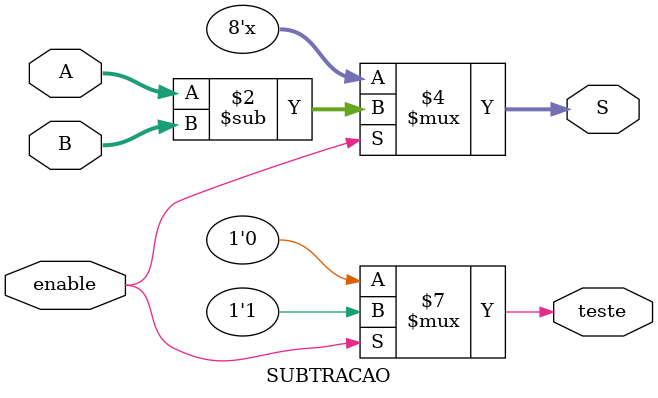
<source format=v>
module SOMA (A, B, S, enable);
input enable;
input [7:0] A;
input [7:0] B;
output reg [7:0] S;
always @(*)

begin
	
	if(enable)
	
		S = A+B;
	
	end

endmodule

module SUBTRACAO (A, B, S, enable, teste);
input enable;
output teste;
input [7:0] A;
input [7:0] B;
output reg [7:0] S;
always @(*)

begin
	
	if(enable)
		begin
			teste = 1;
			S = A-B;
		end 
	else 
		teste = 0;
end

endmodule
</source>
